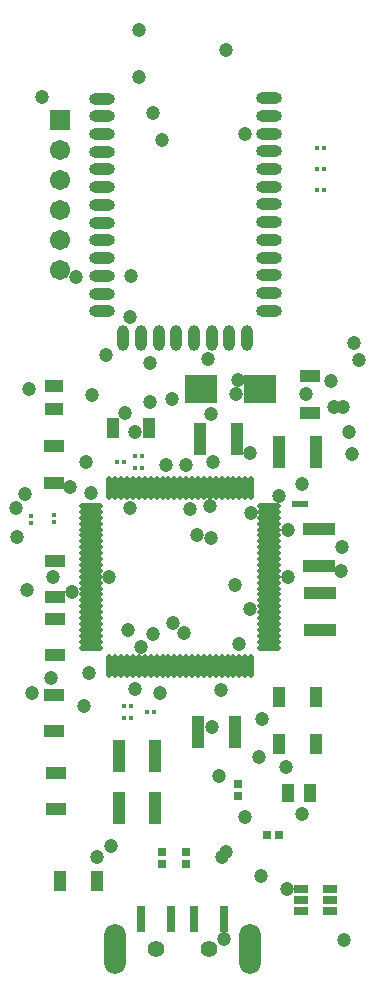
<source format=gts>
G04 Layer_Color=8388736*
%FSLAX24Y24*%
%MOIN*%
G70*
G01*
G75*
%ADD56R,0.0434X0.1064*%
%ADD57R,0.0177X0.0177*%
%ADD58R,0.0434X0.0710*%
%ADD59R,0.1064X0.0434*%
%ADD60R,0.0710X0.0434*%
%ADD61R,0.0177X0.0177*%
%ADD62R,0.0316X0.0277*%
%ADD63R,0.0592X0.0434*%
%ADD64R,0.0277X0.0907*%
%ADD65R,0.1104X0.0946*%
%ADD66O,0.0198X0.0789*%
%ADD67O,0.0789X0.0198*%
%ADD68R,0.0434X0.0592*%
%ADD69R,0.0277X0.0316*%
%ADD70R,0.0277X0.0198*%
%ADD71O,0.0379X0.0867*%
%ADD72O,0.0867X0.0379*%
%ADD73R,0.0513X0.0316*%
%ADD74C,0.0671*%
%ADD75R,0.0671X0.0671*%
%ADD76C,0.0552*%
%ADD77O,0.0730X0.1655*%
%ADD78C,0.0474*%
D56*
X42933Y37333D02*
D03*
X41713D02*
D03*
X40305Y37756D02*
D03*
X39085D02*
D03*
X37589Y25482D02*
D03*
X36368D02*
D03*
X37589Y27215D02*
D03*
X36368D02*
D03*
X39016Y28012D02*
D03*
X40236D02*
D03*
D57*
X33445Y35207D02*
D03*
Y34970D02*
D03*
X34213Y34990D02*
D03*
Y35226D02*
D03*
D58*
X42933Y29173D02*
D03*
X41713D02*
D03*
X34419Y23041D02*
D03*
X35640D02*
D03*
X36171Y38130D02*
D03*
X37392D02*
D03*
X41713Y27598D02*
D03*
X42933D02*
D03*
D59*
X43071Y32638D02*
D03*
Y31417D02*
D03*
X43051Y34764D02*
D03*
Y33543D02*
D03*
D60*
X34252Y32500D02*
D03*
Y33720D02*
D03*
Y30561D02*
D03*
Y31781D02*
D03*
X34232Y29242D02*
D03*
Y28022D02*
D03*
X34281Y25423D02*
D03*
Y26644D02*
D03*
X34203Y36319D02*
D03*
Y37539D02*
D03*
X42736Y38652D02*
D03*
Y39872D02*
D03*
D61*
X36299Y37008D02*
D03*
X36535D02*
D03*
X36919Y36811D02*
D03*
X37156D02*
D03*
X37165Y37215D02*
D03*
X36929D02*
D03*
X43228Y46083D02*
D03*
X42992D02*
D03*
X43228Y46782D02*
D03*
X42992D02*
D03*
X43228Y47461D02*
D03*
X42992D02*
D03*
X36545Y28465D02*
D03*
X36781D02*
D03*
Y28868D02*
D03*
X36545D02*
D03*
X37303Y28671D02*
D03*
X37539D02*
D03*
D62*
X37825Y23996D02*
D03*
Y23602D02*
D03*
X38622Y23996D02*
D03*
Y23602D02*
D03*
X40344Y26260D02*
D03*
Y25866D02*
D03*
D63*
X34213Y38780D02*
D03*
Y39528D02*
D03*
D64*
X39872Y21781D02*
D03*
X38888D02*
D03*
X38100D02*
D03*
X37116D02*
D03*
D65*
X39114Y39439D02*
D03*
X41083D02*
D03*
D66*
X36063Y36152D02*
D03*
X36260D02*
D03*
X36457D02*
D03*
X36654D02*
D03*
X36850D02*
D03*
X37047D02*
D03*
X37244D02*
D03*
X37441D02*
D03*
X37638D02*
D03*
X37835D02*
D03*
X38031D02*
D03*
X38228D02*
D03*
X38425D02*
D03*
X38622D02*
D03*
X38819D02*
D03*
X39016D02*
D03*
X39213D02*
D03*
X39409D02*
D03*
X39606D02*
D03*
X39803D02*
D03*
X40000D02*
D03*
X40197D02*
D03*
X40394D02*
D03*
X40591D02*
D03*
X40787D02*
D03*
Y30207D02*
D03*
X40591D02*
D03*
X40394D02*
D03*
X40197D02*
D03*
X40000D02*
D03*
X39803D02*
D03*
X39606D02*
D03*
X39409D02*
D03*
X39213D02*
D03*
X39016D02*
D03*
X38819D02*
D03*
X38622D02*
D03*
X38425D02*
D03*
X38228D02*
D03*
X38031D02*
D03*
X37835D02*
D03*
X37638D02*
D03*
X37441D02*
D03*
X37244D02*
D03*
X37047D02*
D03*
X36850D02*
D03*
X36654D02*
D03*
X36457D02*
D03*
X36260D02*
D03*
X36063D02*
D03*
D67*
X41398Y35541D02*
D03*
Y35344D02*
D03*
Y35148D02*
D03*
Y34951D02*
D03*
Y34754D02*
D03*
Y34557D02*
D03*
Y34360D02*
D03*
Y34163D02*
D03*
Y33967D02*
D03*
Y33770D02*
D03*
Y33573D02*
D03*
Y33376D02*
D03*
Y33179D02*
D03*
Y32982D02*
D03*
Y32785D02*
D03*
Y32589D02*
D03*
Y32392D02*
D03*
Y32195D02*
D03*
Y31998D02*
D03*
Y31801D02*
D03*
Y31604D02*
D03*
Y31407D02*
D03*
Y31211D02*
D03*
Y31014D02*
D03*
Y30817D02*
D03*
X35453D02*
D03*
Y31014D02*
D03*
Y31211D02*
D03*
Y31407D02*
D03*
Y31604D02*
D03*
Y31801D02*
D03*
Y31998D02*
D03*
Y32195D02*
D03*
Y32392D02*
D03*
Y32589D02*
D03*
Y32785D02*
D03*
Y32982D02*
D03*
Y33179D02*
D03*
Y33376D02*
D03*
Y33573D02*
D03*
Y33770D02*
D03*
Y33967D02*
D03*
Y34163D02*
D03*
Y34360D02*
D03*
Y34557D02*
D03*
Y34754D02*
D03*
Y34951D02*
D03*
Y35148D02*
D03*
Y35344D02*
D03*
Y35541D02*
D03*
D68*
X42008Y25984D02*
D03*
X42756D02*
D03*
D69*
X41309Y24587D02*
D03*
X41703D02*
D03*
D70*
X42559Y35591D02*
D03*
X42283D02*
D03*
D71*
X36521Y41153D02*
D03*
X40065D02*
D03*
X39474D02*
D03*
X38883D02*
D03*
X38293D02*
D03*
X37702D02*
D03*
X37112D02*
D03*
X40655D02*
D03*
D72*
X41387Y42637D02*
D03*
Y43818D02*
D03*
Y44999D02*
D03*
Y45590D02*
D03*
Y46180D02*
D03*
Y46771D02*
D03*
Y47362D02*
D03*
Y47952D02*
D03*
Y48543D02*
D03*
Y49133D02*
D03*
X35828Y43212D02*
D03*
Y43803D02*
D03*
Y44393D02*
D03*
Y44984D02*
D03*
Y45574D02*
D03*
Y46165D02*
D03*
Y46755D02*
D03*
Y47346D02*
D03*
Y47936D02*
D03*
Y42621D02*
D03*
Y42031D02*
D03*
X41387Y42047D02*
D03*
Y43228D02*
D03*
Y44409D02*
D03*
X35828Y48527D02*
D03*
Y49117D02*
D03*
D73*
X42441Y22037D02*
D03*
Y22411D02*
D03*
Y22785D02*
D03*
X43425D02*
D03*
Y22411D02*
D03*
Y22037D02*
D03*
D74*
X34419Y43415D02*
D03*
Y44415D02*
D03*
Y45415D02*
D03*
Y46415D02*
D03*
Y47415D02*
D03*
D75*
Y48415D02*
D03*
D76*
X39380Y20758D02*
D03*
X37608D02*
D03*
D77*
X40738D02*
D03*
X36250D02*
D03*
D78*
X38170Y31650D02*
D03*
X39956Y23996D02*
D03*
X32950Y35470D02*
D03*
X36930Y29450D02*
D03*
X36792Y43210D02*
D03*
X44220Y40980D02*
D03*
X44040Y37990D02*
D03*
X44140Y37280D02*
D03*
X34810Y32660D02*
D03*
X36670Y31407D02*
D03*
X34100Y29790D02*
D03*
X33240Y35940D02*
D03*
X39769Y29411D02*
D03*
X35490Y39252D02*
D03*
X39450Y38610D02*
D03*
X39400Y35550D02*
D03*
X35940Y40580D02*
D03*
X39460Y34473D02*
D03*
X42000Y33180D02*
D03*
X37400Y40310D02*
D03*
Y39000D02*
D03*
X36580Y38640D02*
D03*
X39950Y50750D02*
D03*
X33472Y29318D02*
D03*
X37110Y30840D02*
D03*
X33830Y49170D02*
D03*
X35440Y35980D02*
D03*
X36750Y35460D02*
D03*
X38760Y35430D02*
D03*
X37940Y36920D02*
D03*
X36050Y33180D02*
D03*
X40394Y30939D02*
D03*
X37510Y48640D02*
D03*
X40740Y32100D02*
D03*
X40260Y32900D02*
D03*
X38970Y34560D02*
D03*
X42610Y39270D02*
D03*
X38560Y31320D02*
D03*
X42480Y25262D02*
D03*
X43839Y38823D02*
D03*
X43545D02*
D03*
X36110Y24190D02*
D03*
X35640Y23830D02*
D03*
X36900Y37993D02*
D03*
X34960Y43180D02*
D03*
X33396Y39439D02*
D03*
X33300Y32740D02*
D03*
X32990Y34516D02*
D03*
X37830Y47740D02*
D03*
X40570Y47952D02*
D03*
X39470Y28160D02*
D03*
X37500Y31260D02*
D03*
X39730Y26550D02*
D03*
X37760Y29290D02*
D03*
X39800Y23840D02*
D03*
X43890Y21070D02*
D03*
X37060Y51388D02*
D03*
Y49852D02*
D03*
X34180Y33170D02*
D03*
X39500Y36990D02*
D03*
X40760Y37310D02*
D03*
X40290Y39256D02*
D03*
X38605Y36920D02*
D03*
X43790Y33383D02*
D03*
X42470Y36270D02*
D03*
X41730Y35880D02*
D03*
X41050Y27180D02*
D03*
X40770Y35290D02*
D03*
X38160Y39090D02*
D03*
X36762Y41840D02*
D03*
X40584Y25186D02*
D03*
X41120Y23190D02*
D03*
X41978Y22785D02*
D03*
X42000Y34750D02*
D03*
X43840Y38823D02*
D03*
X44370Y40400D02*
D03*
X35377Y29968D02*
D03*
X35290Y37020D02*
D03*
X40340Y39730D02*
D03*
X39360Y40426D02*
D03*
X35220Y28860D02*
D03*
X43460Y39689D02*
D03*
X34760Y36159D02*
D03*
X41941Y26830D02*
D03*
X43800Y34170D02*
D03*
X41146Y28444D02*
D03*
X39872Y21120D02*
D03*
M02*

</source>
